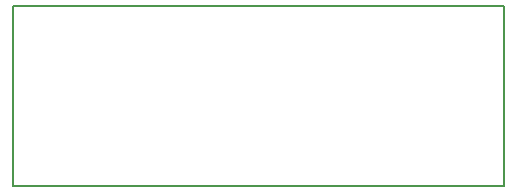
<source format=gm1>
G04 #@! TF.FileFunction,Profile,NP*
%FSLAX46Y46*%
G04 Gerber Fmt 4.6, Leading zero omitted, Abs format (unit mm)*
G04 Created by KiCad (PCBNEW 4.0.0-rc2-stable) date Tue 17 Nov 2015 14:10:44 GMT*
%MOMM*%
G01*
G04 APERTURE LIST*
%ADD10C,0.100000*%
%ADD11C,0.150000*%
G04 APERTURE END LIST*
D10*
D11*
X128270000Y-112522000D02*
X128270000Y-97282000D01*
X169799000Y-112522000D02*
X128270000Y-112522000D01*
X169799000Y-97282000D02*
X169799000Y-112522000D01*
X128270000Y-97282000D02*
X169799000Y-97282000D01*
M02*

</source>
